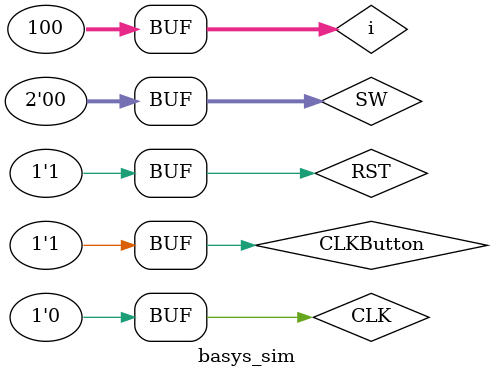
<source format=v>
`timescale 1ns / 1ps


module basys_sim(

    );
    reg CLK, RST;
    reg CLKButton;
    reg [1:0] SW;
    
    basys3 test(
        .BasysCLK(CLK),
        .CLKButton(CLKButton),
        .SW_in(SW),
        .RST(RST),
        
        .bits(),
        .segOut()
    );
    integer i;

    initial begin
        CLK = 0;
        RST = 1;
        CLKButton = 0;
        SW = 2'b00;
        for (i = 0; i < 100; i = i + 1) begin
            #100;
            CLK = ~CLK;
//            #10;
            if (i % 15 == 0) CLKButton = ~CLKButton;
        end

       
    end
endmodule

</source>
